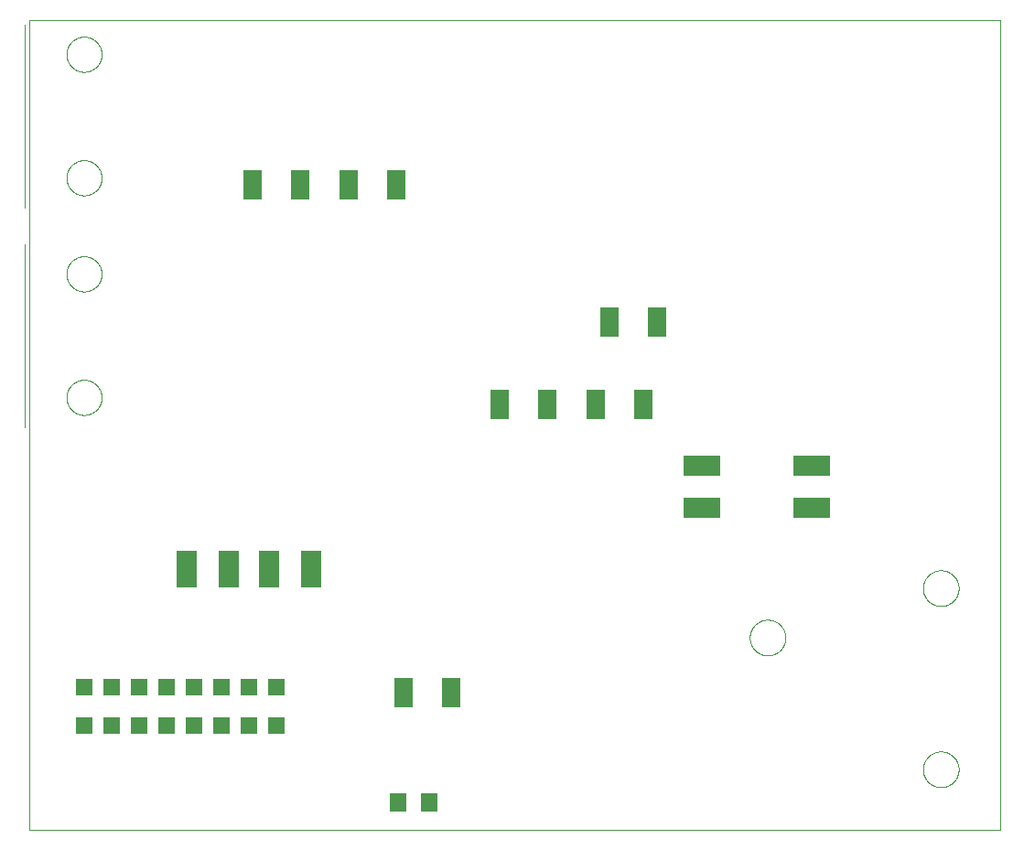
<source format=gtp>
G75*
%MOIN*%
%OFA0B0*%
%FSLAX25Y25*%
%IPPOS*%
%LPD*%
%AMOC8*
5,1,8,0,0,1.08239X$1,22.5*
%
%ADD10C,0.00000*%
%ADD11R,0.07480X0.13386*%
%ADD12R,0.13386X0.07480*%
%ADD13C,0.00039*%
%ADD14R,0.07087X0.10630*%
%ADD15R,0.06299X0.07098*%
%ADD16R,0.05906X0.05906*%
D10*
X0012038Y0001800D02*
X0365739Y0001800D01*
X0365739Y0296761D01*
X0365739Y0296800D02*
X0012038Y0296800D01*
X0012038Y0296761D02*
X0012038Y0001800D01*
X0025638Y0159300D02*
X0025640Y0159460D01*
X0025646Y0159619D01*
X0025656Y0159778D01*
X0025670Y0159937D01*
X0025688Y0160096D01*
X0025709Y0160254D01*
X0025735Y0160411D01*
X0025765Y0160568D01*
X0025798Y0160724D01*
X0025836Y0160879D01*
X0025877Y0161033D01*
X0025922Y0161186D01*
X0025971Y0161338D01*
X0026024Y0161489D01*
X0026080Y0161638D01*
X0026141Y0161786D01*
X0026204Y0161932D01*
X0026272Y0162077D01*
X0026343Y0162220D01*
X0026417Y0162361D01*
X0026495Y0162500D01*
X0026577Y0162637D01*
X0026662Y0162772D01*
X0026750Y0162905D01*
X0026842Y0163036D01*
X0026936Y0163164D01*
X0027034Y0163290D01*
X0027135Y0163414D01*
X0027239Y0163535D01*
X0027346Y0163653D01*
X0027456Y0163769D01*
X0027569Y0163882D01*
X0027685Y0163992D01*
X0027803Y0164099D01*
X0027924Y0164203D01*
X0028048Y0164304D01*
X0028174Y0164402D01*
X0028302Y0164496D01*
X0028433Y0164588D01*
X0028566Y0164676D01*
X0028701Y0164761D01*
X0028838Y0164843D01*
X0028977Y0164921D01*
X0029118Y0164995D01*
X0029261Y0165066D01*
X0029406Y0165134D01*
X0029552Y0165197D01*
X0029700Y0165258D01*
X0029849Y0165314D01*
X0030000Y0165367D01*
X0030152Y0165416D01*
X0030305Y0165461D01*
X0030459Y0165502D01*
X0030614Y0165540D01*
X0030770Y0165573D01*
X0030927Y0165603D01*
X0031084Y0165629D01*
X0031242Y0165650D01*
X0031401Y0165668D01*
X0031560Y0165682D01*
X0031719Y0165692D01*
X0031878Y0165698D01*
X0032038Y0165700D01*
X0032198Y0165698D01*
X0032357Y0165692D01*
X0032516Y0165682D01*
X0032675Y0165668D01*
X0032834Y0165650D01*
X0032992Y0165629D01*
X0033149Y0165603D01*
X0033306Y0165573D01*
X0033462Y0165540D01*
X0033617Y0165502D01*
X0033771Y0165461D01*
X0033924Y0165416D01*
X0034076Y0165367D01*
X0034227Y0165314D01*
X0034376Y0165258D01*
X0034524Y0165197D01*
X0034670Y0165134D01*
X0034815Y0165066D01*
X0034958Y0164995D01*
X0035099Y0164921D01*
X0035238Y0164843D01*
X0035375Y0164761D01*
X0035510Y0164676D01*
X0035643Y0164588D01*
X0035774Y0164496D01*
X0035902Y0164402D01*
X0036028Y0164304D01*
X0036152Y0164203D01*
X0036273Y0164099D01*
X0036391Y0163992D01*
X0036507Y0163882D01*
X0036620Y0163769D01*
X0036730Y0163653D01*
X0036837Y0163535D01*
X0036941Y0163414D01*
X0037042Y0163290D01*
X0037140Y0163164D01*
X0037234Y0163036D01*
X0037326Y0162905D01*
X0037414Y0162772D01*
X0037499Y0162637D01*
X0037581Y0162500D01*
X0037659Y0162361D01*
X0037733Y0162220D01*
X0037804Y0162077D01*
X0037872Y0161932D01*
X0037935Y0161786D01*
X0037996Y0161638D01*
X0038052Y0161489D01*
X0038105Y0161338D01*
X0038154Y0161186D01*
X0038199Y0161033D01*
X0038240Y0160879D01*
X0038278Y0160724D01*
X0038311Y0160568D01*
X0038341Y0160411D01*
X0038367Y0160254D01*
X0038388Y0160096D01*
X0038406Y0159937D01*
X0038420Y0159778D01*
X0038430Y0159619D01*
X0038436Y0159460D01*
X0038438Y0159300D01*
X0038436Y0159140D01*
X0038430Y0158981D01*
X0038420Y0158822D01*
X0038406Y0158663D01*
X0038388Y0158504D01*
X0038367Y0158346D01*
X0038341Y0158189D01*
X0038311Y0158032D01*
X0038278Y0157876D01*
X0038240Y0157721D01*
X0038199Y0157567D01*
X0038154Y0157414D01*
X0038105Y0157262D01*
X0038052Y0157111D01*
X0037996Y0156962D01*
X0037935Y0156814D01*
X0037872Y0156668D01*
X0037804Y0156523D01*
X0037733Y0156380D01*
X0037659Y0156239D01*
X0037581Y0156100D01*
X0037499Y0155963D01*
X0037414Y0155828D01*
X0037326Y0155695D01*
X0037234Y0155564D01*
X0037140Y0155436D01*
X0037042Y0155310D01*
X0036941Y0155186D01*
X0036837Y0155065D01*
X0036730Y0154947D01*
X0036620Y0154831D01*
X0036507Y0154718D01*
X0036391Y0154608D01*
X0036273Y0154501D01*
X0036152Y0154397D01*
X0036028Y0154296D01*
X0035902Y0154198D01*
X0035774Y0154104D01*
X0035643Y0154012D01*
X0035510Y0153924D01*
X0035375Y0153839D01*
X0035238Y0153757D01*
X0035099Y0153679D01*
X0034958Y0153605D01*
X0034815Y0153534D01*
X0034670Y0153466D01*
X0034524Y0153403D01*
X0034376Y0153342D01*
X0034227Y0153286D01*
X0034076Y0153233D01*
X0033924Y0153184D01*
X0033771Y0153139D01*
X0033617Y0153098D01*
X0033462Y0153060D01*
X0033306Y0153027D01*
X0033149Y0152997D01*
X0032992Y0152971D01*
X0032834Y0152950D01*
X0032675Y0152932D01*
X0032516Y0152918D01*
X0032357Y0152908D01*
X0032198Y0152902D01*
X0032038Y0152900D01*
X0031878Y0152902D01*
X0031719Y0152908D01*
X0031560Y0152918D01*
X0031401Y0152932D01*
X0031242Y0152950D01*
X0031084Y0152971D01*
X0030927Y0152997D01*
X0030770Y0153027D01*
X0030614Y0153060D01*
X0030459Y0153098D01*
X0030305Y0153139D01*
X0030152Y0153184D01*
X0030000Y0153233D01*
X0029849Y0153286D01*
X0029700Y0153342D01*
X0029552Y0153403D01*
X0029406Y0153466D01*
X0029261Y0153534D01*
X0029118Y0153605D01*
X0028977Y0153679D01*
X0028838Y0153757D01*
X0028701Y0153839D01*
X0028566Y0153924D01*
X0028433Y0154012D01*
X0028302Y0154104D01*
X0028174Y0154198D01*
X0028048Y0154296D01*
X0027924Y0154397D01*
X0027803Y0154501D01*
X0027685Y0154608D01*
X0027569Y0154718D01*
X0027456Y0154831D01*
X0027346Y0154947D01*
X0027239Y0155065D01*
X0027135Y0155186D01*
X0027034Y0155310D01*
X0026936Y0155436D01*
X0026842Y0155564D01*
X0026750Y0155695D01*
X0026662Y0155828D01*
X0026577Y0155963D01*
X0026495Y0156100D01*
X0026417Y0156239D01*
X0026343Y0156380D01*
X0026272Y0156523D01*
X0026204Y0156668D01*
X0026141Y0156814D01*
X0026080Y0156962D01*
X0026024Y0157111D01*
X0025971Y0157262D01*
X0025922Y0157414D01*
X0025877Y0157567D01*
X0025836Y0157721D01*
X0025798Y0157876D01*
X0025765Y0158032D01*
X0025735Y0158189D01*
X0025709Y0158346D01*
X0025688Y0158504D01*
X0025670Y0158663D01*
X0025656Y0158822D01*
X0025646Y0158981D01*
X0025640Y0159140D01*
X0025638Y0159300D01*
X0025638Y0204300D02*
X0025640Y0204460D01*
X0025646Y0204619D01*
X0025656Y0204778D01*
X0025670Y0204937D01*
X0025688Y0205096D01*
X0025709Y0205254D01*
X0025735Y0205411D01*
X0025765Y0205568D01*
X0025798Y0205724D01*
X0025836Y0205879D01*
X0025877Y0206033D01*
X0025922Y0206186D01*
X0025971Y0206338D01*
X0026024Y0206489D01*
X0026080Y0206638D01*
X0026141Y0206786D01*
X0026204Y0206932D01*
X0026272Y0207077D01*
X0026343Y0207220D01*
X0026417Y0207361D01*
X0026495Y0207500D01*
X0026577Y0207637D01*
X0026662Y0207772D01*
X0026750Y0207905D01*
X0026842Y0208036D01*
X0026936Y0208164D01*
X0027034Y0208290D01*
X0027135Y0208414D01*
X0027239Y0208535D01*
X0027346Y0208653D01*
X0027456Y0208769D01*
X0027569Y0208882D01*
X0027685Y0208992D01*
X0027803Y0209099D01*
X0027924Y0209203D01*
X0028048Y0209304D01*
X0028174Y0209402D01*
X0028302Y0209496D01*
X0028433Y0209588D01*
X0028566Y0209676D01*
X0028701Y0209761D01*
X0028838Y0209843D01*
X0028977Y0209921D01*
X0029118Y0209995D01*
X0029261Y0210066D01*
X0029406Y0210134D01*
X0029552Y0210197D01*
X0029700Y0210258D01*
X0029849Y0210314D01*
X0030000Y0210367D01*
X0030152Y0210416D01*
X0030305Y0210461D01*
X0030459Y0210502D01*
X0030614Y0210540D01*
X0030770Y0210573D01*
X0030927Y0210603D01*
X0031084Y0210629D01*
X0031242Y0210650D01*
X0031401Y0210668D01*
X0031560Y0210682D01*
X0031719Y0210692D01*
X0031878Y0210698D01*
X0032038Y0210700D01*
X0032198Y0210698D01*
X0032357Y0210692D01*
X0032516Y0210682D01*
X0032675Y0210668D01*
X0032834Y0210650D01*
X0032992Y0210629D01*
X0033149Y0210603D01*
X0033306Y0210573D01*
X0033462Y0210540D01*
X0033617Y0210502D01*
X0033771Y0210461D01*
X0033924Y0210416D01*
X0034076Y0210367D01*
X0034227Y0210314D01*
X0034376Y0210258D01*
X0034524Y0210197D01*
X0034670Y0210134D01*
X0034815Y0210066D01*
X0034958Y0209995D01*
X0035099Y0209921D01*
X0035238Y0209843D01*
X0035375Y0209761D01*
X0035510Y0209676D01*
X0035643Y0209588D01*
X0035774Y0209496D01*
X0035902Y0209402D01*
X0036028Y0209304D01*
X0036152Y0209203D01*
X0036273Y0209099D01*
X0036391Y0208992D01*
X0036507Y0208882D01*
X0036620Y0208769D01*
X0036730Y0208653D01*
X0036837Y0208535D01*
X0036941Y0208414D01*
X0037042Y0208290D01*
X0037140Y0208164D01*
X0037234Y0208036D01*
X0037326Y0207905D01*
X0037414Y0207772D01*
X0037499Y0207637D01*
X0037581Y0207500D01*
X0037659Y0207361D01*
X0037733Y0207220D01*
X0037804Y0207077D01*
X0037872Y0206932D01*
X0037935Y0206786D01*
X0037996Y0206638D01*
X0038052Y0206489D01*
X0038105Y0206338D01*
X0038154Y0206186D01*
X0038199Y0206033D01*
X0038240Y0205879D01*
X0038278Y0205724D01*
X0038311Y0205568D01*
X0038341Y0205411D01*
X0038367Y0205254D01*
X0038388Y0205096D01*
X0038406Y0204937D01*
X0038420Y0204778D01*
X0038430Y0204619D01*
X0038436Y0204460D01*
X0038438Y0204300D01*
X0038436Y0204140D01*
X0038430Y0203981D01*
X0038420Y0203822D01*
X0038406Y0203663D01*
X0038388Y0203504D01*
X0038367Y0203346D01*
X0038341Y0203189D01*
X0038311Y0203032D01*
X0038278Y0202876D01*
X0038240Y0202721D01*
X0038199Y0202567D01*
X0038154Y0202414D01*
X0038105Y0202262D01*
X0038052Y0202111D01*
X0037996Y0201962D01*
X0037935Y0201814D01*
X0037872Y0201668D01*
X0037804Y0201523D01*
X0037733Y0201380D01*
X0037659Y0201239D01*
X0037581Y0201100D01*
X0037499Y0200963D01*
X0037414Y0200828D01*
X0037326Y0200695D01*
X0037234Y0200564D01*
X0037140Y0200436D01*
X0037042Y0200310D01*
X0036941Y0200186D01*
X0036837Y0200065D01*
X0036730Y0199947D01*
X0036620Y0199831D01*
X0036507Y0199718D01*
X0036391Y0199608D01*
X0036273Y0199501D01*
X0036152Y0199397D01*
X0036028Y0199296D01*
X0035902Y0199198D01*
X0035774Y0199104D01*
X0035643Y0199012D01*
X0035510Y0198924D01*
X0035375Y0198839D01*
X0035238Y0198757D01*
X0035099Y0198679D01*
X0034958Y0198605D01*
X0034815Y0198534D01*
X0034670Y0198466D01*
X0034524Y0198403D01*
X0034376Y0198342D01*
X0034227Y0198286D01*
X0034076Y0198233D01*
X0033924Y0198184D01*
X0033771Y0198139D01*
X0033617Y0198098D01*
X0033462Y0198060D01*
X0033306Y0198027D01*
X0033149Y0197997D01*
X0032992Y0197971D01*
X0032834Y0197950D01*
X0032675Y0197932D01*
X0032516Y0197918D01*
X0032357Y0197908D01*
X0032198Y0197902D01*
X0032038Y0197900D01*
X0031878Y0197902D01*
X0031719Y0197908D01*
X0031560Y0197918D01*
X0031401Y0197932D01*
X0031242Y0197950D01*
X0031084Y0197971D01*
X0030927Y0197997D01*
X0030770Y0198027D01*
X0030614Y0198060D01*
X0030459Y0198098D01*
X0030305Y0198139D01*
X0030152Y0198184D01*
X0030000Y0198233D01*
X0029849Y0198286D01*
X0029700Y0198342D01*
X0029552Y0198403D01*
X0029406Y0198466D01*
X0029261Y0198534D01*
X0029118Y0198605D01*
X0028977Y0198679D01*
X0028838Y0198757D01*
X0028701Y0198839D01*
X0028566Y0198924D01*
X0028433Y0199012D01*
X0028302Y0199104D01*
X0028174Y0199198D01*
X0028048Y0199296D01*
X0027924Y0199397D01*
X0027803Y0199501D01*
X0027685Y0199608D01*
X0027569Y0199718D01*
X0027456Y0199831D01*
X0027346Y0199947D01*
X0027239Y0200065D01*
X0027135Y0200186D01*
X0027034Y0200310D01*
X0026936Y0200436D01*
X0026842Y0200564D01*
X0026750Y0200695D01*
X0026662Y0200828D01*
X0026577Y0200963D01*
X0026495Y0201100D01*
X0026417Y0201239D01*
X0026343Y0201380D01*
X0026272Y0201523D01*
X0026204Y0201668D01*
X0026141Y0201814D01*
X0026080Y0201962D01*
X0026024Y0202111D01*
X0025971Y0202262D01*
X0025922Y0202414D01*
X0025877Y0202567D01*
X0025836Y0202721D01*
X0025798Y0202876D01*
X0025765Y0203032D01*
X0025735Y0203189D01*
X0025709Y0203346D01*
X0025688Y0203504D01*
X0025670Y0203663D01*
X0025656Y0203822D01*
X0025646Y0203981D01*
X0025640Y0204140D01*
X0025638Y0204300D01*
X0025638Y0239300D02*
X0025640Y0239460D01*
X0025646Y0239619D01*
X0025656Y0239778D01*
X0025670Y0239937D01*
X0025688Y0240096D01*
X0025709Y0240254D01*
X0025735Y0240411D01*
X0025765Y0240568D01*
X0025798Y0240724D01*
X0025836Y0240879D01*
X0025877Y0241033D01*
X0025922Y0241186D01*
X0025971Y0241338D01*
X0026024Y0241489D01*
X0026080Y0241638D01*
X0026141Y0241786D01*
X0026204Y0241932D01*
X0026272Y0242077D01*
X0026343Y0242220D01*
X0026417Y0242361D01*
X0026495Y0242500D01*
X0026577Y0242637D01*
X0026662Y0242772D01*
X0026750Y0242905D01*
X0026842Y0243036D01*
X0026936Y0243164D01*
X0027034Y0243290D01*
X0027135Y0243414D01*
X0027239Y0243535D01*
X0027346Y0243653D01*
X0027456Y0243769D01*
X0027569Y0243882D01*
X0027685Y0243992D01*
X0027803Y0244099D01*
X0027924Y0244203D01*
X0028048Y0244304D01*
X0028174Y0244402D01*
X0028302Y0244496D01*
X0028433Y0244588D01*
X0028566Y0244676D01*
X0028701Y0244761D01*
X0028838Y0244843D01*
X0028977Y0244921D01*
X0029118Y0244995D01*
X0029261Y0245066D01*
X0029406Y0245134D01*
X0029552Y0245197D01*
X0029700Y0245258D01*
X0029849Y0245314D01*
X0030000Y0245367D01*
X0030152Y0245416D01*
X0030305Y0245461D01*
X0030459Y0245502D01*
X0030614Y0245540D01*
X0030770Y0245573D01*
X0030927Y0245603D01*
X0031084Y0245629D01*
X0031242Y0245650D01*
X0031401Y0245668D01*
X0031560Y0245682D01*
X0031719Y0245692D01*
X0031878Y0245698D01*
X0032038Y0245700D01*
X0032198Y0245698D01*
X0032357Y0245692D01*
X0032516Y0245682D01*
X0032675Y0245668D01*
X0032834Y0245650D01*
X0032992Y0245629D01*
X0033149Y0245603D01*
X0033306Y0245573D01*
X0033462Y0245540D01*
X0033617Y0245502D01*
X0033771Y0245461D01*
X0033924Y0245416D01*
X0034076Y0245367D01*
X0034227Y0245314D01*
X0034376Y0245258D01*
X0034524Y0245197D01*
X0034670Y0245134D01*
X0034815Y0245066D01*
X0034958Y0244995D01*
X0035099Y0244921D01*
X0035238Y0244843D01*
X0035375Y0244761D01*
X0035510Y0244676D01*
X0035643Y0244588D01*
X0035774Y0244496D01*
X0035902Y0244402D01*
X0036028Y0244304D01*
X0036152Y0244203D01*
X0036273Y0244099D01*
X0036391Y0243992D01*
X0036507Y0243882D01*
X0036620Y0243769D01*
X0036730Y0243653D01*
X0036837Y0243535D01*
X0036941Y0243414D01*
X0037042Y0243290D01*
X0037140Y0243164D01*
X0037234Y0243036D01*
X0037326Y0242905D01*
X0037414Y0242772D01*
X0037499Y0242637D01*
X0037581Y0242500D01*
X0037659Y0242361D01*
X0037733Y0242220D01*
X0037804Y0242077D01*
X0037872Y0241932D01*
X0037935Y0241786D01*
X0037996Y0241638D01*
X0038052Y0241489D01*
X0038105Y0241338D01*
X0038154Y0241186D01*
X0038199Y0241033D01*
X0038240Y0240879D01*
X0038278Y0240724D01*
X0038311Y0240568D01*
X0038341Y0240411D01*
X0038367Y0240254D01*
X0038388Y0240096D01*
X0038406Y0239937D01*
X0038420Y0239778D01*
X0038430Y0239619D01*
X0038436Y0239460D01*
X0038438Y0239300D01*
X0038436Y0239140D01*
X0038430Y0238981D01*
X0038420Y0238822D01*
X0038406Y0238663D01*
X0038388Y0238504D01*
X0038367Y0238346D01*
X0038341Y0238189D01*
X0038311Y0238032D01*
X0038278Y0237876D01*
X0038240Y0237721D01*
X0038199Y0237567D01*
X0038154Y0237414D01*
X0038105Y0237262D01*
X0038052Y0237111D01*
X0037996Y0236962D01*
X0037935Y0236814D01*
X0037872Y0236668D01*
X0037804Y0236523D01*
X0037733Y0236380D01*
X0037659Y0236239D01*
X0037581Y0236100D01*
X0037499Y0235963D01*
X0037414Y0235828D01*
X0037326Y0235695D01*
X0037234Y0235564D01*
X0037140Y0235436D01*
X0037042Y0235310D01*
X0036941Y0235186D01*
X0036837Y0235065D01*
X0036730Y0234947D01*
X0036620Y0234831D01*
X0036507Y0234718D01*
X0036391Y0234608D01*
X0036273Y0234501D01*
X0036152Y0234397D01*
X0036028Y0234296D01*
X0035902Y0234198D01*
X0035774Y0234104D01*
X0035643Y0234012D01*
X0035510Y0233924D01*
X0035375Y0233839D01*
X0035238Y0233757D01*
X0035099Y0233679D01*
X0034958Y0233605D01*
X0034815Y0233534D01*
X0034670Y0233466D01*
X0034524Y0233403D01*
X0034376Y0233342D01*
X0034227Y0233286D01*
X0034076Y0233233D01*
X0033924Y0233184D01*
X0033771Y0233139D01*
X0033617Y0233098D01*
X0033462Y0233060D01*
X0033306Y0233027D01*
X0033149Y0232997D01*
X0032992Y0232971D01*
X0032834Y0232950D01*
X0032675Y0232932D01*
X0032516Y0232918D01*
X0032357Y0232908D01*
X0032198Y0232902D01*
X0032038Y0232900D01*
X0031878Y0232902D01*
X0031719Y0232908D01*
X0031560Y0232918D01*
X0031401Y0232932D01*
X0031242Y0232950D01*
X0031084Y0232971D01*
X0030927Y0232997D01*
X0030770Y0233027D01*
X0030614Y0233060D01*
X0030459Y0233098D01*
X0030305Y0233139D01*
X0030152Y0233184D01*
X0030000Y0233233D01*
X0029849Y0233286D01*
X0029700Y0233342D01*
X0029552Y0233403D01*
X0029406Y0233466D01*
X0029261Y0233534D01*
X0029118Y0233605D01*
X0028977Y0233679D01*
X0028838Y0233757D01*
X0028701Y0233839D01*
X0028566Y0233924D01*
X0028433Y0234012D01*
X0028302Y0234104D01*
X0028174Y0234198D01*
X0028048Y0234296D01*
X0027924Y0234397D01*
X0027803Y0234501D01*
X0027685Y0234608D01*
X0027569Y0234718D01*
X0027456Y0234831D01*
X0027346Y0234947D01*
X0027239Y0235065D01*
X0027135Y0235186D01*
X0027034Y0235310D01*
X0026936Y0235436D01*
X0026842Y0235564D01*
X0026750Y0235695D01*
X0026662Y0235828D01*
X0026577Y0235963D01*
X0026495Y0236100D01*
X0026417Y0236239D01*
X0026343Y0236380D01*
X0026272Y0236523D01*
X0026204Y0236668D01*
X0026141Y0236814D01*
X0026080Y0236962D01*
X0026024Y0237111D01*
X0025971Y0237262D01*
X0025922Y0237414D01*
X0025877Y0237567D01*
X0025836Y0237721D01*
X0025798Y0237876D01*
X0025765Y0238032D01*
X0025735Y0238189D01*
X0025709Y0238346D01*
X0025688Y0238504D01*
X0025670Y0238663D01*
X0025656Y0238822D01*
X0025646Y0238981D01*
X0025640Y0239140D01*
X0025638Y0239300D01*
X0025638Y0284300D02*
X0025640Y0284460D01*
X0025646Y0284619D01*
X0025656Y0284778D01*
X0025670Y0284937D01*
X0025688Y0285096D01*
X0025709Y0285254D01*
X0025735Y0285411D01*
X0025765Y0285568D01*
X0025798Y0285724D01*
X0025836Y0285879D01*
X0025877Y0286033D01*
X0025922Y0286186D01*
X0025971Y0286338D01*
X0026024Y0286489D01*
X0026080Y0286638D01*
X0026141Y0286786D01*
X0026204Y0286932D01*
X0026272Y0287077D01*
X0026343Y0287220D01*
X0026417Y0287361D01*
X0026495Y0287500D01*
X0026577Y0287637D01*
X0026662Y0287772D01*
X0026750Y0287905D01*
X0026842Y0288036D01*
X0026936Y0288164D01*
X0027034Y0288290D01*
X0027135Y0288414D01*
X0027239Y0288535D01*
X0027346Y0288653D01*
X0027456Y0288769D01*
X0027569Y0288882D01*
X0027685Y0288992D01*
X0027803Y0289099D01*
X0027924Y0289203D01*
X0028048Y0289304D01*
X0028174Y0289402D01*
X0028302Y0289496D01*
X0028433Y0289588D01*
X0028566Y0289676D01*
X0028701Y0289761D01*
X0028838Y0289843D01*
X0028977Y0289921D01*
X0029118Y0289995D01*
X0029261Y0290066D01*
X0029406Y0290134D01*
X0029552Y0290197D01*
X0029700Y0290258D01*
X0029849Y0290314D01*
X0030000Y0290367D01*
X0030152Y0290416D01*
X0030305Y0290461D01*
X0030459Y0290502D01*
X0030614Y0290540D01*
X0030770Y0290573D01*
X0030927Y0290603D01*
X0031084Y0290629D01*
X0031242Y0290650D01*
X0031401Y0290668D01*
X0031560Y0290682D01*
X0031719Y0290692D01*
X0031878Y0290698D01*
X0032038Y0290700D01*
X0032198Y0290698D01*
X0032357Y0290692D01*
X0032516Y0290682D01*
X0032675Y0290668D01*
X0032834Y0290650D01*
X0032992Y0290629D01*
X0033149Y0290603D01*
X0033306Y0290573D01*
X0033462Y0290540D01*
X0033617Y0290502D01*
X0033771Y0290461D01*
X0033924Y0290416D01*
X0034076Y0290367D01*
X0034227Y0290314D01*
X0034376Y0290258D01*
X0034524Y0290197D01*
X0034670Y0290134D01*
X0034815Y0290066D01*
X0034958Y0289995D01*
X0035099Y0289921D01*
X0035238Y0289843D01*
X0035375Y0289761D01*
X0035510Y0289676D01*
X0035643Y0289588D01*
X0035774Y0289496D01*
X0035902Y0289402D01*
X0036028Y0289304D01*
X0036152Y0289203D01*
X0036273Y0289099D01*
X0036391Y0288992D01*
X0036507Y0288882D01*
X0036620Y0288769D01*
X0036730Y0288653D01*
X0036837Y0288535D01*
X0036941Y0288414D01*
X0037042Y0288290D01*
X0037140Y0288164D01*
X0037234Y0288036D01*
X0037326Y0287905D01*
X0037414Y0287772D01*
X0037499Y0287637D01*
X0037581Y0287500D01*
X0037659Y0287361D01*
X0037733Y0287220D01*
X0037804Y0287077D01*
X0037872Y0286932D01*
X0037935Y0286786D01*
X0037996Y0286638D01*
X0038052Y0286489D01*
X0038105Y0286338D01*
X0038154Y0286186D01*
X0038199Y0286033D01*
X0038240Y0285879D01*
X0038278Y0285724D01*
X0038311Y0285568D01*
X0038341Y0285411D01*
X0038367Y0285254D01*
X0038388Y0285096D01*
X0038406Y0284937D01*
X0038420Y0284778D01*
X0038430Y0284619D01*
X0038436Y0284460D01*
X0038438Y0284300D01*
X0038436Y0284140D01*
X0038430Y0283981D01*
X0038420Y0283822D01*
X0038406Y0283663D01*
X0038388Y0283504D01*
X0038367Y0283346D01*
X0038341Y0283189D01*
X0038311Y0283032D01*
X0038278Y0282876D01*
X0038240Y0282721D01*
X0038199Y0282567D01*
X0038154Y0282414D01*
X0038105Y0282262D01*
X0038052Y0282111D01*
X0037996Y0281962D01*
X0037935Y0281814D01*
X0037872Y0281668D01*
X0037804Y0281523D01*
X0037733Y0281380D01*
X0037659Y0281239D01*
X0037581Y0281100D01*
X0037499Y0280963D01*
X0037414Y0280828D01*
X0037326Y0280695D01*
X0037234Y0280564D01*
X0037140Y0280436D01*
X0037042Y0280310D01*
X0036941Y0280186D01*
X0036837Y0280065D01*
X0036730Y0279947D01*
X0036620Y0279831D01*
X0036507Y0279718D01*
X0036391Y0279608D01*
X0036273Y0279501D01*
X0036152Y0279397D01*
X0036028Y0279296D01*
X0035902Y0279198D01*
X0035774Y0279104D01*
X0035643Y0279012D01*
X0035510Y0278924D01*
X0035375Y0278839D01*
X0035238Y0278757D01*
X0035099Y0278679D01*
X0034958Y0278605D01*
X0034815Y0278534D01*
X0034670Y0278466D01*
X0034524Y0278403D01*
X0034376Y0278342D01*
X0034227Y0278286D01*
X0034076Y0278233D01*
X0033924Y0278184D01*
X0033771Y0278139D01*
X0033617Y0278098D01*
X0033462Y0278060D01*
X0033306Y0278027D01*
X0033149Y0277997D01*
X0032992Y0277971D01*
X0032834Y0277950D01*
X0032675Y0277932D01*
X0032516Y0277918D01*
X0032357Y0277908D01*
X0032198Y0277902D01*
X0032038Y0277900D01*
X0031878Y0277902D01*
X0031719Y0277908D01*
X0031560Y0277918D01*
X0031401Y0277932D01*
X0031242Y0277950D01*
X0031084Y0277971D01*
X0030927Y0277997D01*
X0030770Y0278027D01*
X0030614Y0278060D01*
X0030459Y0278098D01*
X0030305Y0278139D01*
X0030152Y0278184D01*
X0030000Y0278233D01*
X0029849Y0278286D01*
X0029700Y0278342D01*
X0029552Y0278403D01*
X0029406Y0278466D01*
X0029261Y0278534D01*
X0029118Y0278605D01*
X0028977Y0278679D01*
X0028838Y0278757D01*
X0028701Y0278839D01*
X0028566Y0278924D01*
X0028433Y0279012D01*
X0028302Y0279104D01*
X0028174Y0279198D01*
X0028048Y0279296D01*
X0027924Y0279397D01*
X0027803Y0279501D01*
X0027685Y0279608D01*
X0027569Y0279718D01*
X0027456Y0279831D01*
X0027346Y0279947D01*
X0027239Y0280065D01*
X0027135Y0280186D01*
X0027034Y0280310D01*
X0026936Y0280436D01*
X0026842Y0280564D01*
X0026750Y0280695D01*
X0026662Y0280828D01*
X0026577Y0280963D01*
X0026495Y0281100D01*
X0026417Y0281239D01*
X0026343Y0281380D01*
X0026272Y0281523D01*
X0026204Y0281668D01*
X0026141Y0281814D01*
X0026080Y0281962D01*
X0026024Y0282111D01*
X0025971Y0282262D01*
X0025922Y0282414D01*
X0025877Y0282567D01*
X0025836Y0282721D01*
X0025798Y0282876D01*
X0025765Y0283032D01*
X0025735Y0283189D01*
X0025709Y0283346D01*
X0025688Y0283504D01*
X0025670Y0283663D01*
X0025656Y0283822D01*
X0025646Y0283981D01*
X0025640Y0284140D01*
X0025638Y0284300D01*
X0274538Y0071800D02*
X0274540Y0071961D01*
X0274546Y0072121D01*
X0274556Y0072282D01*
X0274570Y0072442D01*
X0274588Y0072602D01*
X0274609Y0072761D01*
X0274635Y0072920D01*
X0274665Y0073078D01*
X0274698Y0073235D01*
X0274736Y0073392D01*
X0274777Y0073547D01*
X0274822Y0073701D01*
X0274871Y0073854D01*
X0274924Y0074006D01*
X0274980Y0074157D01*
X0275041Y0074306D01*
X0275104Y0074454D01*
X0275172Y0074600D01*
X0275243Y0074744D01*
X0275317Y0074886D01*
X0275395Y0075027D01*
X0275477Y0075165D01*
X0275562Y0075302D01*
X0275650Y0075436D01*
X0275742Y0075568D01*
X0275837Y0075698D01*
X0275935Y0075826D01*
X0276036Y0075951D01*
X0276140Y0076073D01*
X0276247Y0076193D01*
X0276357Y0076310D01*
X0276470Y0076425D01*
X0276586Y0076536D01*
X0276705Y0076645D01*
X0276826Y0076750D01*
X0276950Y0076853D01*
X0277076Y0076953D01*
X0277204Y0077049D01*
X0277335Y0077142D01*
X0277469Y0077232D01*
X0277604Y0077319D01*
X0277742Y0077402D01*
X0277881Y0077482D01*
X0278023Y0077558D01*
X0278166Y0077631D01*
X0278311Y0077700D01*
X0278458Y0077766D01*
X0278606Y0077828D01*
X0278756Y0077886D01*
X0278907Y0077941D01*
X0279060Y0077992D01*
X0279214Y0078039D01*
X0279369Y0078082D01*
X0279525Y0078121D01*
X0279681Y0078157D01*
X0279839Y0078188D01*
X0279997Y0078216D01*
X0280156Y0078240D01*
X0280316Y0078260D01*
X0280476Y0078276D01*
X0280636Y0078288D01*
X0280797Y0078296D01*
X0280958Y0078300D01*
X0281118Y0078300D01*
X0281279Y0078296D01*
X0281440Y0078288D01*
X0281600Y0078276D01*
X0281760Y0078260D01*
X0281920Y0078240D01*
X0282079Y0078216D01*
X0282237Y0078188D01*
X0282395Y0078157D01*
X0282551Y0078121D01*
X0282707Y0078082D01*
X0282862Y0078039D01*
X0283016Y0077992D01*
X0283169Y0077941D01*
X0283320Y0077886D01*
X0283470Y0077828D01*
X0283618Y0077766D01*
X0283765Y0077700D01*
X0283910Y0077631D01*
X0284053Y0077558D01*
X0284195Y0077482D01*
X0284334Y0077402D01*
X0284472Y0077319D01*
X0284607Y0077232D01*
X0284741Y0077142D01*
X0284872Y0077049D01*
X0285000Y0076953D01*
X0285126Y0076853D01*
X0285250Y0076750D01*
X0285371Y0076645D01*
X0285490Y0076536D01*
X0285606Y0076425D01*
X0285719Y0076310D01*
X0285829Y0076193D01*
X0285936Y0076073D01*
X0286040Y0075951D01*
X0286141Y0075826D01*
X0286239Y0075698D01*
X0286334Y0075568D01*
X0286426Y0075436D01*
X0286514Y0075302D01*
X0286599Y0075165D01*
X0286681Y0075027D01*
X0286759Y0074886D01*
X0286833Y0074744D01*
X0286904Y0074600D01*
X0286972Y0074454D01*
X0287035Y0074306D01*
X0287096Y0074157D01*
X0287152Y0074006D01*
X0287205Y0073854D01*
X0287254Y0073701D01*
X0287299Y0073547D01*
X0287340Y0073392D01*
X0287378Y0073235D01*
X0287411Y0073078D01*
X0287441Y0072920D01*
X0287467Y0072761D01*
X0287488Y0072602D01*
X0287506Y0072442D01*
X0287520Y0072282D01*
X0287530Y0072121D01*
X0287536Y0071961D01*
X0287538Y0071800D01*
X0287536Y0071639D01*
X0287530Y0071479D01*
X0287520Y0071318D01*
X0287506Y0071158D01*
X0287488Y0070998D01*
X0287467Y0070839D01*
X0287441Y0070680D01*
X0287411Y0070522D01*
X0287378Y0070365D01*
X0287340Y0070208D01*
X0287299Y0070053D01*
X0287254Y0069899D01*
X0287205Y0069746D01*
X0287152Y0069594D01*
X0287096Y0069443D01*
X0287035Y0069294D01*
X0286972Y0069146D01*
X0286904Y0069000D01*
X0286833Y0068856D01*
X0286759Y0068714D01*
X0286681Y0068573D01*
X0286599Y0068435D01*
X0286514Y0068298D01*
X0286426Y0068164D01*
X0286334Y0068032D01*
X0286239Y0067902D01*
X0286141Y0067774D01*
X0286040Y0067649D01*
X0285936Y0067527D01*
X0285829Y0067407D01*
X0285719Y0067290D01*
X0285606Y0067175D01*
X0285490Y0067064D01*
X0285371Y0066955D01*
X0285250Y0066850D01*
X0285126Y0066747D01*
X0285000Y0066647D01*
X0284872Y0066551D01*
X0284741Y0066458D01*
X0284607Y0066368D01*
X0284472Y0066281D01*
X0284334Y0066198D01*
X0284195Y0066118D01*
X0284053Y0066042D01*
X0283910Y0065969D01*
X0283765Y0065900D01*
X0283618Y0065834D01*
X0283470Y0065772D01*
X0283320Y0065714D01*
X0283169Y0065659D01*
X0283016Y0065608D01*
X0282862Y0065561D01*
X0282707Y0065518D01*
X0282551Y0065479D01*
X0282395Y0065443D01*
X0282237Y0065412D01*
X0282079Y0065384D01*
X0281920Y0065360D01*
X0281760Y0065340D01*
X0281600Y0065324D01*
X0281440Y0065312D01*
X0281279Y0065304D01*
X0281118Y0065300D01*
X0280958Y0065300D01*
X0280797Y0065304D01*
X0280636Y0065312D01*
X0280476Y0065324D01*
X0280316Y0065340D01*
X0280156Y0065360D01*
X0279997Y0065384D01*
X0279839Y0065412D01*
X0279681Y0065443D01*
X0279525Y0065479D01*
X0279369Y0065518D01*
X0279214Y0065561D01*
X0279060Y0065608D01*
X0278907Y0065659D01*
X0278756Y0065714D01*
X0278606Y0065772D01*
X0278458Y0065834D01*
X0278311Y0065900D01*
X0278166Y0065969D01*
X0278023Y0066042D01*
X0277881Y0066118D01*
X0277742Y0066198D01*
X0277604Y0066281D01*
X0277469Y0066368D01*
X0277335Y0066458D01*
X0277204Y0066551D01*
X0277076Y0066647D01*
X0276950Y0066747D01*
X0276826Y0066850D01*
X0276705Y0066955D01*
X0276586Y0067064D01*
X0276470Y0067175D01*
X0276357Y0067290D01*
X0276247Y0067407D01*
X0276140Y0067527D01*
X0276036Y0067649D01*
X0275935Y0067774D01*
X0275837Y0067902D01*
X0275742Y0068032D01*
X0275650Y0068164D01*
X0275562Y0068298D01*
X0275477Y0068435D01*
X0275395Y0068573D01*
X0275317Y0068714D01*
X0275243Y0068856D01*
X0275172Y0069000D01*
X0275104Y0069146D01*
X0275041Y0069294D01*
X0274980Y0069443D01*
X0274924Y0069594D01*
X0274871Y0069746D01*
X0274822Y0069899D01*
X0274777Y0070053D01*
X0274736Y0070208D01*
X0274698Y0070365D01*
X0274665Y0070522D01*
X0274635Y0070680D01*
X0274609Y0070839D01*
X0274588Y0070998D01*
X0274570Y0071158D01*
X0274556Y0071318D01*
X0274546Y0071479D01*
X0274540Y0071639D01*
X0274538Y0071800D01*
X0337638Y0089800D02*
X0337640Y0089961D01*
X0337646Y0090121D01*
X0337656Y0090282D01*
X0337670Y0090442D01*
X0337688Y0090602D01*
X0337709Y0090761D01*
X0337735Y0090920D01*
X0337765Y0091078D01*
X0337798Y0091235D01*
X0337836Y0091392D01*
X0337877Y0091547D01*
X0337922Y0091701D01*
X0337971Y0091854D01*
X0338024Y0092006D01*
X0338080Y0092157D01*
X0338141Y0092306D01*
X0338204Y0092454D01*
X0338272Y0092600D01*
X0338343Y0092744D01*
X0338417Y0092886D01*
X0338495Y0093027D01*
X0338577Y0093165D01*
X0338662Y0093302D01*
X0338750Y0093436D01*
X0338842Y0093568D01*
X0338937Y0093698D01*
X0339035Y0093826D01*
X0339136Y0093951D01*
X0339240Y0094073D01*
X0339347Y0094193D01*
X0339457Y0094310D01*
X0339570Y0094425D01*
X0339686Y0094536D01*
X0339805Y0094645D01*
X0339926Y0094750D01*
X0340050Y0094853D01*
X0340176Y0094953D01*
X0340304Y0095049D01*
X0340435Y0095142D01*
X0340569Y0095232D01*
X0340704Y0095319D01*
X0340842Y0095402D01*
X0340981Y0095482D01*
X0341123Y0095558D01*
X0341266Y0095631D01*
X0341411Y0095700D01*
X0341558Y0095766D01*
X0341706Y0095828D01*
X0341856Y0095886D01*
X0342007Y0095941D01*
X0342160Y0095992D01*
X0342314Y0096039D01*
X0342469Y0096082D01*
X0342625Y0096121D01*
X0342781Y0096157D01*
X0342939Y0096188D01*
X0343097Y0096216D01*
X0343256Y0096240D01*
X0343416Y0096260D01*
X0343576Y0096276D01*
X0343736Y0096288D01*
X0343897Y0096296D01*
X0344058Y0096300D01*
X0344218Y0096300D01*
X0344379Y0096296D01*
X0344540Y0096288D01*
X0344700Y0096276D01*
X0344860Y0096260D01*
X0345020Y0096240D01*
X0345179Y0096216D01*
X0345337Y0096188D01*
X0345495Y0096157D01*
X0345651Y0096121D01*
X0345807Y0096082D01*
X0345962Y0096039D01*
X0346116Y0095992D01*
X0346269Y0095941D01*
X0346420Y0095886D01*
X0346570Y0095828D01*
X0346718Y0095766D01*
X0346865Y0095700D01*
X0347010Y0095631D01*
X0347153Y0095558D01*
X0347295Y0095482D01*
X0347434Y0095402D01*
X0347572Y0095319D01*
X0347707Y0095232D01*
X0347841Y0095142D01*
X0347972Y0095049D01*
X0348100Y0094953D01*
X0348226Y0094853D01*
X0348350Y0094750D01*
X0348471Y0094645D01*
X0348590Y0094536D01*
X0348706Y0094425D01*
X0348819Y0094310D01*
X0348929Y0094193D01*
X0349036Y0094073D01*
X0349140Y0093951D01*
X0349241Y0093826D01*
X0349339Y0093698D01*
X0349434Y0093568D01*
X0349526Y0093436D01*
X0349614Y0093302D01*
X0349699Y0093165D01*
X0349781Y0093027D01*
X0349859Y0092886D01*
X0349933Y0092744D01*
X0350004Y0092600D01*
X0350072Y0092454D01*
X0350135Y0092306D01*
X0350196Y0092157D01*
X0350252Y0092006D01*
X0350305Y0091854D01*
X0350354Y0091701D01*
X0350399Y0091547D01*
X0350440Y0091392D01*
X0350478Y0091235D01*
X0350511Y0091078D01*
X0350541Y0090920D01*
X0350567Y0090761D01*
X0350588Y0090602D01*
X0350606Y0090442D01*
X0350620Y0090282D01*
X0350630Y0090121D01*
X0350636Y0089961D01*
X0350638Y0089800D01*
X0350636Y0089639D01*
X0350630Y0089479D01*
X0350620Y0089318D01*
X0350606Y0089158D01*
X0350588Y0088998D01*
X0350567Y0088839D01*
X0350541Y0088680D01*
X0350511Y0088522D01*
X0350478Y0088365D01*
X0350440Y0088208D01*
X0350399Y0088053D01*
X0350354Y0087899D01*
X0350305Y0087746D01*
X0350252Y0087594D01*
X0350196Y0087443D01*
X0350135Y0087294D01*
X0350072Y0087146D01*
X0350004Y0087000D01*
X0349933Y0086856D01*
X0349859Y0086714D01*
X0349781Y0086573D01*
X0349699Y0086435D01*
X0349614Y0086298D01*
X0349526Y0086164D01*
X0349434Y0086032D01*
X0349339Y0085902D01*
X0349241Y0085774D01*
X0349140Y0085649D01*
X0349036Y0085527D01*
X0348929Y0085407D01*
X0348819Y0085290D01*
X0348706Y0085175D01*
X0348590Y0085064D01*
X0348471Y0084955D01*
X0348350Y0084850D01*
X0348226Y0084747D01*
X0348100Y0084647D01*
X0347972Y0084551D01*
X0347841Y0084458D01*
X0347707Y0084368D01*
X0347572Y0084281D01*
X0347434Y0084198D01*
X0347295Y0084118D01*
X0347153Y0084042D01*
X0347010Y0083969D01*
X0346865Y0083900D01*
X0346718Y0083834D01*
X0346570Y0083772D01*
X0346420Y0083714D01*
X0346269Y0083659D01*
X0346116Y0083608D01*
X0345962Y0083561D01*
X0345807Y0083518D01*
X0345651Y0083479D01*
X0345495Y0083443D01*
X0345337Y0083412D01*
X0345179Y0083384D01*
X0345020Y0083360D01*
X0344860Y0083340D01*
X0344700Y0083324D01*
X0344540Y0083312D01*
X0344379Y0083304D01*
X0344218Y0083300D01*
X0344058Y0083300D01*
X0343897Y0083304D01*
X0343736Y0083312D01*
X0343576Y0083324D01*
X0343416Y0083340D01*
X0343256Y0083360D01*
X0343097Y0083384D01*
X0342939Y0083412D01*
X0342781Y0083443D01*
X0342625Y0083479D01*
X0342469Y0083518D01*
X0342314Y0083561D01*
X0342160Y0083608D01*
X0342007Y0083659D01*
X0341856Y0083714D01*
X0341706Y0083772D01*
X0341558Y0083834D01*
X0341411Y0083900D01*
X0341266Y0083969D01*
X0341123Y0084042D01*
X0340981Y0084118D01*
X0340842Y0084198D01*
X0340704Y0084281D01*
X0340569Y0084368D01*
X0340435Y0084458D01*
X0340304Y0084551D01*
X0340176Y0084647D01*
X0340050Y0084747D01*
X0339926Y0084850D01*
X0339805Y0084955D01*
X0339686Y0085064D01*
X0339570Y0085175D01*
X0339457Y0085290D01*
X0339347Y0085407D01*
X0339240Y0085527D01*
X0339136Y0085649D01*
X0339035Y0085774D01*
X0338937Y0085902D01*
X0338842Y0086032D01*
X0338750Y0086164D01*
X0338662Y0086298D01*
X0338577Y0086435D01*
X0338495Y0086573D01*
X0338417Y0086714D01*
X0338343Y0086856D01*
X0338272Y0087000D01*
X0338204Y0087146D01*
X0338141Y0087294D01*
X0338080Y0087443D01*
X0338024Y0087594D01*
X0337971Y0087746D01*
X0337922Y0087899D01*
X0337877Y0088053D01*
X0337836Y0088208D01*
X0337798Y0088365D01*
X0337765Y0088522D01*
X0337735Y0088680D01*
X0337709Y0088839D01*
X0337688Y0088998D01*
X0337670Y0089158D01*
X0337656Y0089318D01*
X0337646Y0089479D01*
X0337640Y0089639D01*
X0337638Y0089800D01*
X0337638Y0023800D02*
X0337640Y0023961D01*
X0337646Y0024121D01*
X0337656Y0024282D01*
X0337670Y0024442D01*
X0337688Y0024602D01*
X0337709Y0024761D01*
X0337735Y0024920D01*
X0337765Y0025078D01*
X0337798Y0025235D01*
X0337836Y0025392D01*
X0337877Y0025547D01*
X0337922Y0025701D01*
X0337971Y0025854D01*
X0338024Y0026006D01*
X0338080Y0026157D01*
X0338141Y0026306D01*
X0338204Y0026454D01*
X0338272Y0026600D01*
X0338343Y0026744D01*
X0338417Y0026886D01*
X0338495Y0027027D01*
X0338577Y0027165D01*
X0338662Y0027302D01*
X0338750Y0027436D01*
X0338842Y0027568D01*
X0338937Y0027698D01*
X0339035Y0027826D01*
X0339136Y0027951D01*
X0339240Y0028073D01*
X0339347Y0028193D01*
X0339457Y0028310D01*
X0339570Y0028425D01*
X0339686Y0028536D01*
X0339805Y0028645D01*
X0339926Y0028750D01*
X0340050Y0028853D01*
X0340176Y0028953D01*
X0340304Y0029049D01*
X0340435Y0029142D01*
X0340569Y0029232D01*
X0340704Y0029319D01*
X0340842Y0029402D01*
X0340981Y0029482D01*
X0341123Y0029558D01*
X0341266Y0029631D01*
X0341411Y0029700D01*
X0341558Y0029766D01*
X0341706Y0029828D01*
X0341856Y0029886D01*
X0342007Y0029941D01*
X0342160Y0029992D01*
X0342314Y0030039D01*
X0342469Y0030082D01*
X0342625Y0030121D01*
X0342781Y0030157D01*
X0342939Y0030188D01*
X0343097Y0030216D01*
X0343256Y0030240D01*
X0343416Y0030260D01*
X0343576Y0030276D01*
X0343736Y0030288D01*
X0343897Y0030296D01*
X0344058Y0030300D01*
X0344218Y0030300D01*
X0344379Y0030296D01*
X0344540Y0030288D01*
X0344700Y0030276D01*
X0344860Y0030260D01*
X0345020Y0030240D01*
X0345179Y0030216D01*
X0345337Y0030188D01*
X0345495Y0030157D01*
X0345651Y0030121D01*
X0345807Y0030082D01*
X0345962Y0030039D01*
X0346116Y0029992D01*
X0346269Y0029941D01*
X0346420Y0029886D01*
X0346570Y0029828D01*
X0346718Y0029766D01*
X0346865Y0029700D01*
X0347010Y0029631D01*
X0347153Y0029558D01*
X0347295Y0029482D01*
X0347434Y0029402D01*
X0347572Y0029319D01*
X0347707Y0029232D01*
X0347841Y0029142D01*
X0347972Y0029049D01*
X0348100Y0028953D01*
X0348226Y0028853D01*
X0348350Y0028750D01*
X0348471Y0028645D01*
X0348590Y0028536D01*
X0348706Y0028425D01*
X0348819Y0028310D01*
X0348929Y0028193D01*
X0349036Y0028073D01*
X0349140Y0027951D01*
X0349241Y0027826D01*
X0349339Y0027698D01*
X0349434Y0027568D01*
X0349526Y0027436D01*
X0349614Y0027302D01*
X0349699Y0027165D01*
X0349781Y0027027D01*
X0349859Y0026886D01*
X0349933Y0026744D01*
X0350004Y0026600D01*
X0350072Y0026454D01*
X0350135Y0026306D01*
X0350196Y0026157D01*
X0350252Y0026006D01*
X0350305Y0025854D01*
X0350354Y0025701D01*
X0350399Y0025547D01*
X0350440Y0025392D01*
X0350478Y0025235D01*
X0350511Y0025078D01*
X0350541Y0024920D01*
X0350567Y0024761D01*
X0350588Y0024602D01*
X0350606Y0024442D01*
X0350620Y0024282D01*
X0350630Y0024121D01*
X0350636Y0023961D01*
X0350638Y0023800D01*
X0350636Y0023639D01*
X0350630Y0023479D01*
X0350620Y0023318D01*
X0350606Y0023158D01*
X0350588Y0022998D01*
X0350567Y0022839D01*
X0350541Y0022680D01*
X0350511Y0022522D01*
X0350478Y0022365D01*
X0350440Y0022208D01*
X0350399Y0022053D01*
X0350354Y0021899D01*
X0350305Y0021746D01*
X0350252Y0021594D01*
X0350196Y0021443D01*
X0350135Y0021294D01*
X0350072Y0021146D01*
X0350004Y0021000D01*
X0349933Y0020856D01*
X0349859Y0020714D01*
X0349781Y0020573D01*
X0349699Y0020435D01*
X0349614Y0020298D01*
X0349526Y0020164D01*
X0349434Y0020032D01*
X0349339Y0019902D01*
X0349241Y0019774D01*
X0349140Y0019649D01*
X0349036Y0019527D01*
X0348929Y0019407D01*
X0348819Y0019290D01*
X0348706Y0019175D01*
X0348590Y0019064D01*
X0348471Y0018955D01*
X0348350Y0018850D01*
X0348226Y0018747D01*
X0348100Y0018647D01*
X0347972Y0018551D01*
X0347841Y0018458D01*
X0347707Y0018368D01*
X0347572Y0018281D01*
X0347434Y0018198D01*
X0347295Y0018118D01*
X0347153Y0018042D01*
X0347010Y0017969D01*
X0346865Y0017900D01*
X0346718Y0017834D01*
X0346570Y0017772D01*
X0346420Y0017714D01*
X0346269Y0017659D01*
X0346116Y0017608D01*
X0345962Y0017561D01*
X0345807Y0017518D01*
X0345651Y0017479D01*
X0345495Y0017443D01*
X0345337Y0017412D01*
X0345179Y0017384D01*
X0345020Y0017360D01*
X0344860Y0017340D01*
X0344700Y0017324D01*
X0344540Y0017312D01*
X0344379Y0017304D01*
X0344218Y0017300D01*
X0344058Y0017300D01*
X0343897Y0017304D01*
X0343736Y0017312D01*
X0343576Y0017324D01*
X0343416Y0017340D01*
X0343256Y0017360D01*
X0343097Y0017384D01*
X0342939Y0017412D01*
X0342781Y0017443D01*
X0342625Y0017479D01*
X0342469Y0017518D01*
X0342314Y0017561D01*
X0342160Y0017608D01*
X0342007Y0017659D01*
X0341856Y0017714D01*
X0341706Y0017772D01*
X0341558Y0017834D01*
X0341411Y0017900D01*
X0341266Y0017969D01*
X0341123Y0018042D01*
X0340981Y0018118D01*
X0340842Y0018198D01*
X0340704Y0018281D01*
X0340569Y0018368D01*
X0340435Y0018458D01*
X0340304Y0018551D01*
X0340176Y0018647D01*
X0340050Y0018747D01*
X0339926Y0018850D01*
X0339805Y0018955D01*
X0339686Y0019064D01*
X0339570Y0019175D01*
X0339457Y0019290D01*
X0339347Y0019407D01*
X0339240Y0019527D01*
X0339136Y0019649D01*
X0339035Y0019774D01*
X0338937Y0019902D01*
X0338842Y0020032D01*
X0338750Y0020164D01*
X0338662Y0020298D01*
X0338577Y0020435D01*
X0338495Y0020573D01*
X0338417Y0020714D01*
X0338343Y0020856D01*
X0338272Y0021000D01*
X0338204Y0021146D01*
X0338141Y0021294D01*
X0338080Y0021443D01*
X0338024Y0021594D01*
X0337971Y0021746D01*
X0337922Y0021899D01*
X0337877Y0022053D01*
X0337836Y0022208D01*
X0337798Y0022365D01*
X0337765Y0022522D01*
X0337735Y0022680D01*
X0337709Y0022839D01*
X0337688Y0022998D01*
X0337670Y0023158D01*
X0337656Y0023318D01*
X0337646Y0023479D01*
X0337640Y0023639D01*
X0337638Y0023800D01*
D11*
X0114715Y0096800D03*
X0099361Y0096800D03*
X0084715Y0096800D03*
X0069361Y0096800D03*
D12*
X0257038Y0119123D03*
X0257038Y0134477D03*
X0297038Y0134477D03*
X0297038Y0119123D03*
D13*
X0010338Y0148550D02*
X0010338Y0215050D01*
X0010338Y0228550D02*
X0010338Y0295050D01*
D14*
X0093376Y0236800D03*
X0110699Y0236800D03*
X0128376Y0236800D03*
X0145699Y0236800D03*
X0223376Y0186800D03*
X0240699Y0186800D03*
X0235699Y0156800D03*
X0218376Y0156800D03*
X0200699Y0156800D03*
X0183376Y0156800D03*
X0165699Y0051800D03*
X0148376Y0051800D03*
D15*
X0146439Y0011800D03*
X0157636Y0011800D03*
D16*
X0102038Y0039910D03*
X0092038Y0039910D03*
X0082038Y0039910D03*
X0072038Y0039910D03*
X0062038Y0039910D03*
X0052038Y0039910D03*
X0042038Y0039910D03*
X0032038Y0039910D03*
X0032038Y0053690D03*
X0042038Y0053690D03*
X0052038Y0053690D03*
X0062038Y0053690D03*
X0072038Y0053690D03*
X0082038Y0053690D03*
X0092038Y0053690D03*
X0102038Y0053690D03*
M02*

</source>
